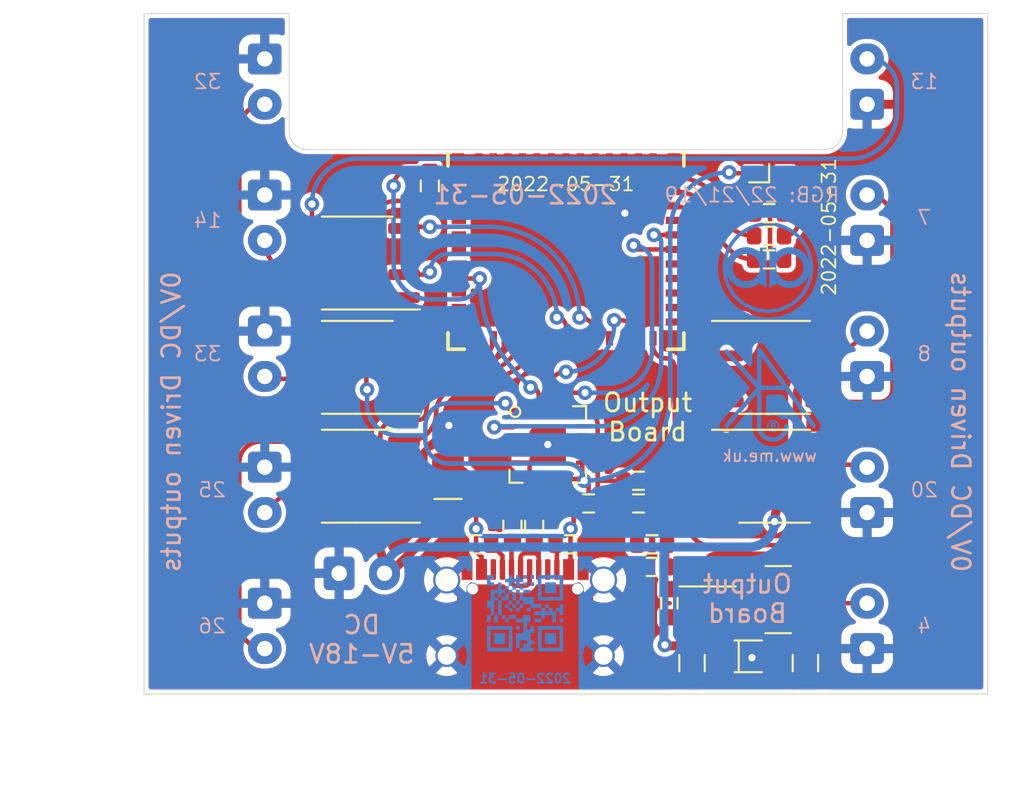
<source format=kicad_pcb>
(kicad_pcb (version 20211014) (generator pcbnew)
  (title_block (title "Output board (10)") (date "${DATE}") (rev "1") (company "Adrian Kennard, Andrews & Arnold Ltd"))
  (layers (0 "F.Cu" signal) (31 "B.Cu" signal) (34 "B.Paste" user) (35 "F.Paste" user) (36 "B.SilkS" user "B.Silkscreen") (37 "F.SilkS" user "F.Silkscreen") (38 "B.Mask" user) (39 "F.Mask" user) (44 "Edge.Cuts" user))
  (property "DATE" "2022-05-31")
  (net 0 "")
  (net 1 "GND")
  (net 2 "+3V3")
  (net 3 "VBUS")
  (net 4 "+12V")
  (net 6 "Net-(J1-PadA5)")
  (net 7 "Net-(J1-PadB5)")
  (net 9 "D-")
  (net 10 "D+")
  (net 11 "OUT1")
  (net 12 "OUT4")
  (net 13 "OUT3")
  (net 14 "O")
  (net 15 "I")
  (net 16 "OUT2")
  (net 24 "EN")
  (net 30 "BOOT")
  (net 31 "Net-(D1-Pad2)")
  (net 32 "Net-(D1-Pad3)")
  (net 33 "Net-(D1-Pad4)")
  (net 34 "OUT8")
  (net 35 "OUT7")
  (net 36 "OUT6")
  (net 37 "OUT5")
  (net 38 "O1")
  (net 39 "G")
  (net 40 "B")
  (net 41 "R")
  (net 42 "Net-(R2-Pad2)")
  (net 43 "O2")
  (net 48 "O5")
  (net 49 "O6")
  (net 51 "O3")
  (net 52 "O4")
  (net 55 "O7")
  (net 56 "O8")
  (net 60 "Net-(J1-PadA6)")
  (net 61 "Net-(J1-PadA7)")
  (net 62 "Net-(R11-Pad2)")
  (net 64 "O9")
  (net 65 "O10")
  (net 66 "OUT10")
  (net 67 "OUT9")
  (footprint "RevK:Molex_MiniSPOX_H2RA" (layer "F.Cu") (at 88.15 41.75 -90)
    (fp_text reference "J4" hide)
    (fp_text value "O2")
  )
  (footprint "RevK:ESP32-PICO-MINI-02" (layer "F.Cu") (at 104.75 36)
    (fp_text reference "U1" hide)
    (fp_text value "ESP32-PICO-MINI-02")
  )
  (footprint "RevK:Hidden" (layer "F.Cu") (at 110.45 55.5 90)
    (fp_text reference "C2" hide)
    (fp_text value "0.1uF")
  )
  (footprint "RevK:QFN-20-1EP_4x4mm_P0.5mm_EP2.5x2.5mm" (layer "F.Cu") (at 103.75 46.75)
    (fp_text reference "U2" hide)
    (fp_text value "FT231XQ")
  )
  (footprint "RevK:Hidden" (layer "F.Cu") (at 111.7 58.8 90)
    (fp_text reference "C3" hide)
    (fp_text value "2.2uF")
  )
  (footprint "RevK:C_0603" (layer "F.Cu") (at 108.75 50)
    (fp_text reference "C1" hide)
    (fp_text value "0.1uF")
  )
  (footprint "RevK:R_0603" (layer "F.Cu") (at 105 52.25 180)
    (fp_text reference "R5" hide)
    (fp_text value "5K1")
  )
  (footprint "RevK:Hidden" (layer "F.Cu") (at 114.83 58.42)
    (fp_text reference "D3" hide)
    (fp_text value "Schottky")
  )
  (footprint "Package_SO:SO-8_3.9x4.9mm_P1.27mm" (layer "F.Cu") (at 116.25 42.5)
    (fp_text reference "U7" hide)
    (fp_text value "ISL89410")
  )
  (footprint "RevK:R_0603" (layer "F.Cu") (at 109.5 53.5)
    (fp_text reference "R12" hide)
    (fp_text value "30k 1% or NF")
  )
  (footprint "RevK:USC16-TR-Round" (layer "F.Cu") (at 102.5 60.5)
    (fp_text reference "J1" hide)
    (fp_text value "USB-C")
  )
  (footprint "RevK:Molex_MiniSPOX_H2RA" (layer "F.Cu") (at 88.15 26.75 -90)
    (fp_text reference "J3" hide)
    (fp_text value "O1")
  )
  (footprint "RevK:Hidden" (layer "F.Cu") (at 116.45 55.25)
    (fp_text reference "L1" hide)
    (fp_text value "6.8uH")
  )
  (footprint "RevK:R_0603" (layer "F.Cu") (at 109.5 52.25)
    (fp_text reference "R11" hide)
    (fp_text value "100k 1% or 0R")
  )
  (footprint "RevK:R_0603" (layer "F.Cu") (at 106 50)
    (fp_text reference "R2" hide)
    (fp_text value "4k7")
  )
  (footprint "RevK:Molex_MiniSPOX_H2RA" (layer "F.Cu") (at 121.35 26.75 90)
    (fp_text reference "J11" hide)
    (fp_text value "O9")
  )
  (footprint "Package_SO:SO-8_3.9x4.9mm_P1.27mm" (layer "F.Cu") (at 93.25 48.5 180)
    (fp_text reference "U6" hide)
    (fp_text value "ISL89410")
  )
  (footprint "RevK:Molex_MiniSPOX_H2RA" (layer "F.Cu") (at 121.35 34.25 90)
    (fp_text reference "J10" hide)
    (fp_text value "O8")
  )
  (footprint "RevK:D_1206" (layer "F.Cu") (at 98.25 49.25 90)
    (fp_text reference "D2" hide)
    (fp_text value "D")
  )
  (footprint "RevK:RegulatorBlockFB" (layer "F.Cu") (at 112.55 55.25)
    (fp_text reference "U8" hide)
    (fp_text value "LMR16006+FB")
  )
  (footprint "RevK:R_0603" (layer "F.Cu") (at 108.75 48.75)
    (fp_text reference "R3" hide)
    (fp_text value "10k")
  )
  (footprint "RevK:Molex_MiniSPOX_H2RA" (layer "F.Cu") (at 93.5 53.85)
    (fp_text reference "J2" hide)
    (fp_text value "POWER")
  )
  (footprint "RevK:R_0603" (layer "F.Cu") (at 115.95 34 180)
    (fp_text reference "R9" hide)
    (fp_text value "2K")
  )
  (footprint "RevK:Molex_MiniSPOX_H2RA" (layer "F.Cu") (at 88.15 49.25 -90)
    (fp_text reference "J6" hide)
    (fp_text value "O4")
  )
  (footprint "RevK:Molex_MiniSPOX_H2RA" (layer "F.Cu") (at 121.35 56.75 90)
    (fp_text reference "J7" hide)
    (fp_text value "O5")
  )
  (footprint "Package_SO:SO-8_3.9x4.9mm_P1.27mm" (layer "F.Cu") (at 116.25 48.5)
    (fp_text reference "U4" hide)
    (fp_text value "ISL89410")
  )
  (footprint "RevK:Molex_MiniSPOX_H2RA" (layer "F.Cu") (at 121.35 41.75 90)
    (fp_text reference "J9" hide)
    (fp_text value "O7")
  )
  (footprint "RevK:Molex_MiniSPOX_H2RA" (layer "F.Cu") (at 121.35 49.25 90)
    (fp_text reference "J8" hide)
    (fp_text value "O6")
  )
  (footprint "RevK:R_0603" (layer "F.Cu") (at 115.95 35.25 180)
    (fp_text reference "R8" hide)
    (fp_text value "680R")
  )
  (footprint "RevK:R_0603" (layer "F.Cu") (at 101.8 51.25 90)
    (fp_text reference "R6" hide)
    (fp_text value "27R")
  )
  (footprint "RevK:R_0603" (layer "F.Cu") (at 97.25 32.5 -90)
    (fp_text reference "R1" hide)
    (fp_text value "10k")
  )
  (footprint "RevK:R_0603" (layer "F.Cu") (at 103 51.25 -90)
    (fp_text reference "R7" hide)
    (fp_text value "27R")
  )
  (footprint "RevK:LED-RGB-1.6x1.6" (layer "F.Cu") (at 115.95 32.3 180)
    (fp_text reference "D1" hide)
    (fp_text value "LED_RGBA")
  )
  (footprint "RevK:Molex_MiniSPOX_H2RA" (layer "F.Cu") (at 88.15 56.75 -90)
    (fp_text reference "J5" hide)
    (fp_text value "O3")
  )
  (footprint "RevK:R_0603" (layer "F.Cu") (at 99.8 52.25 180)
    (fp_text reference "R4" hide)
    (fp_text value "5K1")
  )
  (footprint "Package_SO:SO-8_3.9x4.9mm_P1.27mm" (layer "F.Cu") (at 93.25 36.75 180)
    (fp_text reference "U5" hide)
    (fp_text value "ISL89410")
  )
  (footprint "RevK:R_0603" (layer "F.Cu") (at 115.95 36.55 180)
    (fp_text reference "R10" hide)
    (fp_text value "220R")
  )
  (footprint "RevK:Hidden" (layer "F.Cu") (at 117.95 58.8 90)
    (fp_text reference "C4" hide)
    (fp_text value "10uF")
  )
  (footprint "RevK:Molex_MiniSPOX_H2RA" (layer "F.Cu") (at 88.15 34.25 -90)
    (fp_text reference "J12" hide)
    (fp_text value "O10")
  )
  (footprint "Package_SO:SO-8_3.9x4.9mm_P1.27mm" (layer "F.Cu") (at 93.25 42.5 180)
    (fp_text reference "U3" hide)
    (fp_text value "ISL89410")
  )
  (footprint "RevK:AA" (layer "B.Cu") (at 115.8875 37 180)
    (fp_text reference "U9" hide)
    (fp_text value "AA" hide)
  )
  (footprint "RevK:AJK" (layer "B.Cu") (at 115.4 43.625 180)
    (fp_text reference "AJK1" hide)
    (fp_text value "AJK" hide)
  )
  (footprint "RevK:QR-SS" (layer "B.Cu") (at 102.5 56.05 180)
    (fp_text reference "U10" hide)
    (fp_text value "QR" hide)
  )
  (gr_line (start 81.5 60.5) (end 81.5 23) (layer "Edge.Cuts") (width 0.05))
  (gr_line (start 81.5 60.5) (end 128 60.5) (layer "Edge.Cuts") (width 0.05))
  (gr_arc (start 120 29.5) (mid 119.707107 30.207107) (end 119 30.5) (layer "Edge.Cuts") (width 0.05))
  (gr_line (start 89.5 23) (end 81.5 23) (layer "Edge.Cuts") (width 0.05))
  (gr_line (start 90.5 30.5) (end 119 30.5) (layer "Edge.Cuts") (width 0.05))
  (gr_line (start 89.5 29.5) (end 89.5 23) (layer "Edge.Cuts") (width 0.05))
  (gr_arc (start 90.5 30.5) (mid 89.792893 30.207107) (end 89.5 29.5) (layer "Edge.Cuts") (width 0.05))
  (gr_line (start 128 23) (end 128 60.5) (layer "Edge.Cuts") (width 0.05))
  (gr_line (start 120 29.5) (end 120 23) (layer "Edge.Cuts") (width 0.05))
  (gr_line (start 120 23) (end 128 23) (layer "Edge.Cuts") (width 0.05))
  (gr_text "13" (at 124.5 26.75) (layer "B.SilkS") (effects (font (size 0.8 0.8) (thickness 0.1)) (justify mirror)))
  (gr_text "4" (at 124.5 56.75) (layer "B.SilkS") (effects (font (size 0.8 0.8) (thickness 0.1)) (justify mirror)))
  (gr_text "20" (at 124.5 49.25) (layer "B.SilkS") (effects (font (size 0.8 0.8) (thickness 0.1)) (justify mirror)))
  (gr_text "${DATE}" (at 102.5 33) (layer "B.SilkS") (effects (font (size 1 1)) (justify mirror)))
  (gr_text "0V/DC Driven outputs" (at 83 45.5 90) (layer "B.SilkS") (effects (font (size 1 1)) (justify mirror)))
  (gr_text "32" (at 85 26.75) (layer "B.SilkS") (effects (font (size 0.8 0.8) (thickness 0.1)) (justify mirror)))
  (gr_text "25" (at 85.25 49.25) (layer "B.SilkS") (effects (font (size 0.8 0.8) (thickness 0.1)) (justify mirror)))
  (gr_text "26" (at 85.25 56.75) (layer "B.SilkS") (effects (font (size 0.8 0.8) (thickness 0.1)) (justify mirror)))
  (gr_text "8" (at 124.5 41.75) (layer "B.SilkS") (effects (font (size 0.8 0.8) (thickness 0.1)) (justify mirror)))
  (gr_text "DC\n5V-18V" (at 93.5 57.5) (layer "B.SilkS") (effects (font (size 1 1)) (justify mirror)))
  (gr_text "RGB: 22/21/19" (at 115 33) (layer "B.SilkS") (effects (font (size 0.8 0.8) (thickness 0.1)) (justify mirror)))
  (gr_text "Output\nBoard" (at 114.75 55.25) (layer "B.SilkS") (effects (font (size 1 1)) (justify mirror)))
  (gr_text "14" (at 85 34.4) (layer "B.SilkS") (effects (font (size 0.8 0.8) (thickness 0.1)) (justify mirror)))
  (gr_text "7" (at 124.5 34.25) (layer "B.SilkS") (effects (font (size 0.8 0.8) (thickness 0.1)) (justify mirror)))
  (gr_text "0V/DC Driven outputs" (at 126.5 45.5 270) (layer "B.SilkS") (effects (font (size 1 1)) (justify mirror)))
  (gr_text "33" (at 85 41.75) (layer "B.SilkS") (effects (font (size 0.8 0.8) (thickness 0.1)) (justify mirror)))
  (gr_text "${DATE}" (at 119.25 34.75 90) (layer "F.SilkS") (effects (font (size 0.75 0.75) (thickness 0.1))))
  (gr_text "Output\nBoard" (at 109.25 45.25) (layer "F.SilkS") (effects (font (size 1 1))))
  (segment (start 101.85 47.75) (end 102.75 47.75) (width 0.25) (layer "F.Cu") (net 1))
  (segment (start 105.65 46.75) (end 103.75 46.75) (width 0.25) (layer "F.Cu") (net 1))
  (segment (start 101.85 47.25) (end 103.25 47.25) (width 0.25) (layer "F.Cu") (net 1))
  (segment (start 98.3 45.7) (end 96.354203 47.645797) (width 0.25) (layer "F.Cu") (net 1))
  (segment (start 102.75 48.65) (end 102.75 47.75) (width 0.25) (layer "F.Cu") (net 1))
  (segment (start 116.3125 58.42) (end 115.08 58.42) (width 0.5) (layer "F.Cu") (net 1))
  (segment (start 101.85 46.25) (end 103.25 46.25) (width 0.25) (layer "F.Cu") (net 1))
  (segment (start 101.85 46.75) (end 103.75 46.75) (width 0.25) (layer "F.Cu") (net 1))
  (segment (start 103.25 46.25) (end 103.75 46.75) (width 0.25) (layer "F.Cu") (net 1))
  (segment (start 102.75 47.75) (end 103.75 46.75) (width 0.25) (layer "F.Cu") (net 1))
  (via (at 115 58.5) (size 0.8) (drill 0.4) (layers "F.Cu" "B.Cu") (net 1))
  (via (at 108 34) (size 0.8) (drill 0.4) (layers "F.Cu" "B.Cu") (net 1))
  (via (at 98.3 45.7) (size 0.8) (drill 0.4) (layers "F.Cu" "B.Cu") (net 1))
  (via (at 103.75 46.75) (size 0.8) (drill 0.4) (layers "F.Cu" "B.Cu") (net 1))
  (arc (start 115.08 58.42) (mid 115.023431 58.443431) (end 115 58.5) (width 0.5) (layer "F.Cu") (net 1))
  (arc (start 96.354203 47.645797) (mid 96.111402 47.808031) (end 95.825 47.865) (width 0.25) (layer "F.Cu") (net 1))
  (segment (start 102.75 44.85) (end 101.85 44.85) (width 0.25) (layer "F.Cu") (net 2))
  (segment (start 108.675 50.7) (end 108.675 50.925) (width 0.25) (layer "F.Cu") (net 2))
  (segment (start 106.583217 50.975) (end 108.625 50.975) (width 0.25) (layer "F.Cu") (net 2))
  (segment (start 117.2 52.3) (end 112.624264 52.3) (width 0.25) (layer "F.Cu") (net 2))
  (segment (start 101.431962 44.573157) (end 101.431962 44.493551) (width 0.25) (layer "F.Cu") (net 2))
  (segment (start 105.65 47.25) (end 105.65 47.75) (width 0.25) (layer "F.Cu") (net 2))
  (segment (start 93.75 35) (end 93.75 43.683937) (width 0.25) (layer "F.Cu") (net 2))
  (segment (start 105.65 47.75) (end 105.65 48.65) (width 0.25) (layer "F.Cu") (net 2))
  (segment (start 98.575 33.325) (end 97.25 33.325) (width 0.25) (layer "F.Cu") (net 2))
  (segment (start 118 55.25) (end 118 53.1) (width 0.25) (layer "F.Cu") (net 2))
  (segment (start 104.75 48.65) (end 105.65 48.65) (width 0.25) (layer "F.Cu") (net 2))
  (segment (start 101.431962 44.493551) (end 101.412911 44.4745) (width 0.25) (layer "F.Cu") (net 2))
  (segment (start 108.675 51.325) (end 108.675 52.25) (width 0.25) (layer "F.Cu") (net 2))
  (segment (start 115.075 31.8) (end 113.8 31.8) (width 0.25) (layer "F.Cu") (net 2))
  (segment (start 108.675 50.925) (end 108.675 51.325) (width 0.25) (layer "F.Cu") (net 2))
  (segment (start 111.9 52) (end 111.7 51.8) (width 0.25) (layer "F.Cu") (net 2))
  (segment (start 97.25 33.325) (end 95.425 33.325) (width 0.25) (layer "F.Cu") (net 2))
  (segment (start 106 49) (end 106 50.391783) (width 0.25) (layer "F.Cu") (net 2))
  (segment (start 108.75 51.4) (end 110.734315 51.4) (width 0.25) (layer "F.Cu") (net 2))
  (via (at 93.788537 43.722474) (size 0.8) (drill 0.4) (layers "F.Cu" "B.Cu") (net 2))
  (via (at 105.75 48.75) (size 0.8) (drill 0.4) (layers "F.Cu" "B.Cu") (net 2))
  (via (at 113.75 31.75) (size 0.8) (drill 0.4) (layers "F.Cu" "B.Cu") (net 2))
  (via (at 101.412911 44.4745) (size 0.8) (drill 0.4) (layers "F.Cu" "B.Cu") (net 2))
  (arc (start 101.85 44.85) (mid 101.599993 44.774161) (end 101.431962 44.573157) (width 0.25) (layer "F.Cu") (net 2))
  (arc (start 108.625 50.975) (mid 108.660355 50.960355) (end 108.675 50.925) (width 0.25) (layer "F.Cu") (net 2))
  (arc (start 106 50.391783) (mid 106.17082 50.80418) (end 106.583217 50.975) (width 0.25) (layer "F.Cu") (net 2))
  (arc (start 113.8 31.8) (mid 113.764645 31.785355) (end 113.75 31.75) (width 0.25) (layer "F.Cu") (net 2))
  (arc (start 108.75 51.4) (mid 108.696967 51.378033) (end 108.675 51.325) (width 0.25) (layer "F.Cu") (net 2))
  (arc (start 105.65 48.65) (mid 105.679289 48.720711) (end 105.75 48.75) (width 0.25) (layer "F.Cu") (net 2))
  (arc (start 107.975 50) (mid 108.469975 50.205025) (end 108.675 50.7) (width 0.25) (layer "F.Cu") (net 2))
  (arc (start 117.95 55.3) (mid 117.985355 55.285355) (end 118 55.25) (width 0.25) (layer "F.Cu") (net 2))
  (arc (start 118 53.1) (mid 117.765685 52.534315) (end 117.2 52.3) (width 0.25) (layer "F.Cu") (net 2))
  (arc (start 105.75 48.75) (mid 105.926777 48.823223) (end 106 49) (width 0.25) (layer "F.Cu") (net 2))
  (arc (start 93.75 43.683937) (mid 93.761287 43.711187) (end 93.788537 43.722474) (width 0.25) (layer "F.Cu") (net 2))
  (arc (start 98.85 33.6) (mid 98.769454 33.405546) (end 98.575 33.325) (width 0.25) (layer "F.Cu") (net 2))
  (arc (start 95.425 33.325) (mid 94.240596 33.815596) (end 93.75 35) (width 0.25) (layer "F.Cu") (net 2))
  (arc (start 111.7 51.8) (mid 111.25694 51.503957) (end 110.734315 51.4) (width 0.25) (layer "F.Cu") (net 2))
  (arc (start 112.624264 52.3) (mid 112.232295 52.222033) (end 111.9 52) (width 0.25) (layer "F.Cu") (net 2))
  (segment (start 97 45.75) (end 97 46.25) (width 0.25) (layer "B.Cu") (net 2))
  (segment (start 98.3 47.8) (end 104.8 47.8) (width 0.25) (layer "B.Cu") (net 2))
  (segment (start 93.788537 43.722474) (end 93.788537 44.538537) (width 0.25) (layer "B.Cu") (net 2))
  (segment (start 110.5 35) (end 110.5 44) (width 0.25) (layer "B.Cu") (net 2))
  (segment (start 95.5 46.25) (end 97 46.25) (width 0.25) (layer "B.Cu") (net 2))
  (segment (start 97 46.25) (end 97 46.5) (width 0.25) (layer "B.Cu") (net 2))
  (segment (start 101.412911 44.4745) (end 98.2755 44.4745) (width 0.25) (layer "B.Cu") (net 2))
  (arc (start 104.8 47.8) (mid 105.471751 48.078249) (end 105.75 48.75) (width 0.25) (layer "B.Cu") (net 2))
  (arc (start 113.75 31.75) (mid 111.451903 32.701903) (end 110.5 35) (width 0.25) (layer "B.Cu") (net 2))
  (arc (start 97 46.5) (mid 97.380761 47.419239) (end 98.3 47.8) (width 0.25) (layer "B.Cu") (net 2))
  (arc (start 110.5 44) (mid 109.108757 47.358757) (end 105.75 48.75) (width 0.25) (layer "B.Cu") (net 2))
  (arc (start 93.788537 44.538537) (mid 94.289813 45.748724) (end 95.5 46.25) (width 0.25) (layer "B.Cu") (net 2))
  (arc (start 98.2755 44.4745) (mid 97.373585 44.848085) (end 97 45.75) (width 0.25) (layer "B.Cu") (net 2))
  (segment (start 99.8 49.4) (end 99.8 51.4) (width 0.25) (layer "F.Cu") (net 3))
  (segment (start 99.8 52.641783) (end 99.8 51.4) (width 0.25) (layer "F.Cu") (net 3))
  (segment (start 105 51.4) (end 105 53.54) (width 0.25) (layer "F.Cu") (net 3))
  (segment (start 105.175 50) (end 105.175 51.225) (width 0.25) (layer "F.Cu") (net 3))
  (segment (start 100.1 53.64) (end 100.1 52.941783) (width 0.25) (layer "F.Cu") (net 3))
  (segment (start 100.1 52.941783) (end 99.8 52.641783) (width 0.25) (layer "F.Cu") (net 3))
  (segment (start 105 53.54) (end 104.9 53.64) (width 0.25) (layer "F.Cu") (net 3))
  (via (at 105 51.4) (size 0.8) (drill 0.4) (layers "F.Cu" "B.Cu") (net 3))
  (via (at 99.8 51.4) (size 0.8) (drill 0.4) (layers "F.Cu" "B.Cu") (net 3))
  (arc (start 98.25 47.85) (mid 99.346016 48.303984) (end 99.8 49.4) (width 0.25) (layer "F.Cu") (net 3))
  (arc (start 105.175 51.225) (mid 105.123744 51.348744) (end 105 51.4) (width 0.25) (layer "F.Cu") (net 3))
  (segment (start 100.2 51.8) (end 104.6 51.8) (width 0.25) (layer "B.Cu") (net 3))
  (arc (start 99.8 51.4) (mid 99.917157 51.682843) (end 100.2 51.8) (width 0.25) (layer "B.Cu") (net 3))
  (arc (start 104.6 51.8) (mid 104.882843 51.682843) (end 105 51.4) (width 0.25) (layer "B.Cu") (net 3))
  (segment (start 93.75 51.5) (end 93.795405 51.545405) (width 0.5) (layer "F.Cu") (net 4))
  (segment (start 91.127849 36.115) (end 90.675 36.115) (width 0.5) (layer "F.Cu") (net 4))
  (segment (start 117.5 44.007151) (end 117.5 48.262849) (width 0.5) (layer "F.Cu") (net 4))
  (segment (start 90.675 41.865) (end 91.135 41.865) (width 0.5) (layer "F.Cu") (net 4))
  (segment (start 91.127849 41.865) (end 90.675 41.865) (width 0.5) (layer "F.Cu") (net 4))
  (segment (start 93.466192 51.216193) (end 93.75 51.5) (width 0.5) (layer "F.Cu") (net 4))
  (segment (start 111.7 57.85) (end 110.32071 57.85) (width 0.5) (layer "F.Cu") (net 4))
  (segment (start 118.825 43.135) (end 118.372151 43.135) (width 0.5) (layer "F.Cu") (net 4))
  (segment (start 118.372151 49.135) (end 118.825 49.135) (width 0.5) (layer "F.Cu") (net 4))
  (segment (start 118.825 49.135) (end 118.115 49.135) (width 0.5) (layer "F.Cu") (net 4))
  (segment (start 90.675 47.865) (end 91.127849 47.865) (width 0.5) (layer "F.Cu") (net 4))
  (segment (start 92 41) (end 92 36.987151) (width 0.5) (layer "F.Cu") (net 4))
  (segment (start 111.6 56.6) (end 112.55 56.6) (width 0.25) (layer "F.Cu") (net 4))
  (segment (start 92 46.992849) (end 92 42.737151) (width 0.5) (layer "F.Cu") (net 4))
  (segment (start 98.25 50.65) (end 95.262132 53.637868) (width 0.5) (layer "F.Cu") (net 4))
  (via (at 110.2 57.8) (size 0.8) (drill 0.4) (layers "F.Cu" "B.Cu") (net 4))
  (via (at 116.25 51) (size 0.8) (drill 0.4) (layers "F.Cu" "B.Cu") (net 4))
  (arc (start 117.5 48.262849) (mid 117.755447 48.879553) (end 118.372151 49.135) (width 0.5) (layer "F.Cu") (net 4))
  (arc (start 118.115 49.135) (mid 116.796246 49.681246) (end 116.25 51) (width 0.5) (layer "F.Cu") (net 4))
  (arc (start 92.75 49.487151) (mid 92.936132 50.422902) (end 93.466192 51.216193) (width 0.5) (layer "F.Cu") (net 4))
  (arc (start 92 42.737151) (mid 91.744553 42.120447) (end 91.127849 41.865) (width 0.5) (layer "F.Cu") (net 4))
  (arc (start 91.127849 47.865) (mid 92.274883 48.340117) (end 92.75 49.487151) (width 0.5) (layer "F.Cu") (net 4))
  (arc (start 91.127849 47.865) (mid 91.744553 47.609553) (end 92 46.992849) (width 0.5) (layer "F.Cu") (net 4))
  (arc (start 92 36.987151) (mid 91.744553 36.370447) (end 91.127849 36.115) (width 0.5) (layer "F.Cu") (net 4))
  (arc (start 95.262132 53.637868) (mid 95.027163 53.794869) (end 94.75 53.85) (width 0.5) (layer "F.Cu") (net 4))
  (arc (start 91.135 41.865) (mid 91.746647 41.611647) (end 92 41) (width 0.5) (layer "F.Cu") (net 4))
  (arc (start 110.32071 57.85) (mid 110.255382 57.837005) (end 110.2 57.8) (width 0.5) (layer "F.Cu") (net 4))
  (arc (start 93.795405 51.545405) (mid 94.501908 52.602762) (end 94.75 53.85) (width 0.5) (layer "F.Cu") (net 4))
  (arc (start 118.372151 43.135) (mid 117.755447 43.390447) (end 117.5 44.007151) (width 0.5) (layer "F.Cu") (net 4))
  (segment (start 110.15 52.4) (end 114.85 52.4) (width 0.5) (layer "B.Cu") (net 4))
  (segment (start 96.2 52.4) (end 110.15 52.4) (width 0.5) (layer "B.Cu") (net 4))
  (segment (start 110.15 57.75) (end 110.15 52.4) (width 0.5) (layer "B.Cu") (net 4))
  (arc (start 110.2 57.8) (mid 110.164645 57.785355) (end 110.15 57.75) (width 0.5) (layer "B.Cu") (net 4))
  (arc (start 114.85 52.4) (mid 115.839949 51.989949) (end 116.25 51) (width 0.5) (layer "B.Cu") (net 4))
  (arc (start 96.2 52.4) (mid 95.174695 52.824695) (end 94.75 53.85) (width 0.5) (layer "B.Cu") (net 4))
  (segment (start 101.25 52.875) (end 101.25 53.64) (width 0.25) (layer "F.Cu") (net 6))
  (segment (start 100.625 52.25) (end 101.25 52.875) (width 0.25) (layer "F.Cu") (net 6))
  (segment (start 104.25 52.325) (end 104.25 53.64) (width 0.25) (layer "F.Cu") (net 7))
  (segment (start 104.175 52.25) (end 104.25 52.325) (width 0.25) (layer "F.Cu") (net 7))
  (segment (start 101.8 50.441783) (end 101.8 50.425) (width 0.25) (layer "F.Cu") (net 9))
  (segment (start 104.25 48.65) (end 104.25 50.15) (width 0.25) (layer "F.Cu") (net 9))
  (segment (start 103.2 51.2) (end 102.558217 51.2) (width 0.25) (layer "F.Cu") (net 9))
  (arc (start 102.558217 51.2) (mid 102.022077 50.977923) (end 101.8 50.441783) (width 0.25) (layer "F.Cu") (net 9))
  (arc (start 104.25 50.15) (mid 103.942462 50.892462) (end 103.2 51.2) (width 0.25) (layer "F.Cu") (net 9))
  (segment (start 103.75 48.65) (end 103.75 49.675) (width 0.25) (layer "F.Cu") (net 10))
  (arc (start 103.75 49.675) (mid 103.53033 50.20533) (end 103 50.425) (width 0.25) (layer "F.Cu") (net 10))
  (segment (start 99.95 40.9) (end 99.95 41.1) (width 0.25) (layer "F.Cu") (net 11))
  (segment (start 99.35 41.7) (end 98.065685 41.7) (width 0.25) (layer "F.Cu") (net 11))
  (segment (start 97.1 41.3) (end 96.798051 40.998051) (width 0.25) (layer "F.Cu") (net 11))
  (arc (start 96.798051 40.998051) (mid 96.351611 40.69975) (end 95.825 40.595) (width 0.25) (layer "F.Cu") (net 11))
  (arc (start 98.065685 41.7) (mid 97.54306 41.596043) (end 97.1 41.3) (width 0.25) (layer "F.Cu") (net 11))
  (arc (start 99.95 41.1) (mid 99.774264 41.524264) (end 99.35 41.7) (width 0.25) (layer "F.Cu") (net 11))
  (segment (start 102.032493 41.666528) (end 101.564016 42.135006) (width 0.25) (layer "F.Cu") (net 12))
  (segment (start 95.825 49.135) (end 95.483392 49.135) (width 0.25) (layer "F.Cu") (net 12))
  (segment (start 99.687946 42.7) (end 100.2 42.7) (width 0.25) (layer "F.Cu") (net 12))
  (segment (start 95.4 45.4) (end 96.6 45.4) (width 0.25) (layer "F.Cu") (net 12))
  (segment (start 94.524196 48.175804) (end 94.524196 46.275804) (width 0.25) (layer "F.Cu") (net 12))
  (segment (start 97.539694 43.77629) (end 97.857992 43.457992) (width 0.25) (layer "F.Cu") (net 12))
  (arc (start 100.2 42.7) (mid 100.9382 42.553163) (end 101.564016 42.135006) (width 0.25) (layer "F.Cu") (net 12))
  (arc (start 96.6 45.4) (mid 96.922456 45.266434) (end 97.056022 44.943978) (width 0.25) (layer "F.Cu") (net 12))
  (arc (start 102.35 40.9) (mid 102.267483 41.314842) (end 102.032493 41.666528) (width 0.25) (layer "F.Cu") (net 12))
  (arc (start 94.524196 46.275804) (mid 94.780713 45.656517) (end 95.4 45.4) (width 0.25) (layer "F.Cu") (net 12))
  (arc (start 95.483392 49.135) (mid 94.805138 48.854058) (end 94.524196 48.175804) (width 0.25) (layer "F.Cu") (net 12))
  (arc (start 97.056022 44.943978) (mid 97.181724 44.31203) (end 97.539694 43.77629) (width 0.25) (layer "F.Cu") (net 12))
  (arc (start 97.857992 43.457992) (mid 98.697582 42.896996) (end 99.687946 42.7) (width 0.25) (layer "F.Cu") (net 12))
  (segment (start 102.65 42.05) (end 102.56066 42.13934) (width 0.25) (layer "F.Cu") (net 13))
  (segment (start 96.005 46.595) (end 95.825 46.595) (width 0.25) (layer "F.Cu") (net 13))
  (segment (start 98.3 43.7) (end 98.024264 43.975736) (width 0.25) (layer "F.Cu") (net 13))
  (segment (start 102.690381 42.00962) (end 102.65 42.05) (width 0.25) (layer "F.Cu") (net 13))
  (segment (start 100 43.2) (end 99.507106 43.2) (width 0.25) (layer "F.Cu") (net 13))
  (arc (start 98.024264 43.975736) (mid 97.710263 44.445672) (end 97.6 45) (width 0.25) (layer "F.Cu") (net 13))
  (arc (start 102.56066 42.13934) (mid 101.385819 42.924343) (end 100 43.2) (width 0.25) (layer "F.Cu") (net 13))
  (arc (start 97.6 45) (mid 97.132835 46.127835) (end 96.005 46.595) (width 0.25) (layer "F.Cu") (net 13))
  (arc (start 99.507106 43.2) (mid 98.853825 43.329946) (end 98.3 43.7) (width 0.25) (layer "F.Cu") (net 13))
  (arc (start 103.15 40.9) (mid 103.030549 41.500522) (end 102.690381 42.00962) (width 0.25) (layer "F.Cu") (net 13))
  (segment (start 100.8 45.8) (end 101.8 45.8) (width 0.25) (layer "F.Cu") (net 14))
  (segment (start 110.65 35.2) (end 109.6 35.2) (width 0.25) (layer "F.Cu") (net 14))
  (via (at 109.6 35.2) (size 0.8) (drill 0.4) (layers "F.Cu" "B.Cu") (net 14))
  (via (at 100.8 45.8) (size 0.8) (drill 0.4) (layers "F.Cu" "B.Cu") (net 14))
  (arc (start 101.8 45.8) (mid 101.835355 45.785355) (end 101.85 45.75) (width 0.25) (layer "F.Cu") (net 14))
  (segment (start 106.5 45.75) (end 100.85 45.75) (width 0.25) (layer "B.Cu") (net 14))
  (segment (start 110 35.6) (end 110 42.25) (width 0.25) (layer "B.Cu") (net 14))
  (arc (start 109.6 35.2) (mid 109.882843 35.317157) (end 110 35.6) (width 0.25) (layer "B.Cu") (net 14))
  (arc (start 110 42.25) (mid 108.974874 44.724874) (end 106.5 45.75) (width 0.25) (layer "B.Cu") (net 14))
  (arc (start 100.85 45.75) (mid 100.814645 45.764645) (end 100.8 45.8) (width 0.25) (layer "B.Cu") (net 14))
  (segment (start 104.25 44.85) (end 104.25 44.452672) (width 0.25) (layer "F.Cu") (net 15))
  (segment (start 108.703195 36) (end 108.4755 35.772305) (width 0.25) (layer "F.Cu") (net 15))
  (segment (start 110.65 36) (end 108.703195 36) (width 0.25) (layer "F.Cu") (net 15))
  (segment (start 104.802672 43.9) (end 105.8 43.9) (width 0.25) (layer "F.Cu") (net 15))
  (via (at 105.8 43.9) (size 0.8) (drill 0.4) (layers "F.Cu" "B.Cu") (net 15))
  (via (at 108.4755 35.772305) (size 0.8) (drill 0.4) (layers "F.Cu" "B.Cu") (net 15))
  (arc (start 104.25 44.452672) (mid 104.411874 44.061874) (end 104.802672 43.9) (width 0.25) (layer "F.Cu") (net 15))
  (segment (start 105.8 43.9) (end 107.1 43.9) (width 0.25) (layer "B.Cu") (net 15))
  (segment (start 109.5 41.5) (end 109.5 36.796805) (width 0.25) (layer "B.Cu") (net 15))
  (arc (start 107.1 43.9) (mid 108.797056 43.197056) (end 109.5 41.5) (width 0.25) (layer "B.Cu") (net 15))
  (arc (start 109.5 36.796805) (mid 109.199931 36.072374) (end 108.4755 35.772305) (width 0.25) (layer "B.Cu") (net 15))
  (segment (start 96.949818 43.135) (end 95.825 43.135) (width 0.25) (layer "F.Cu") (net 16))
  (segment (start 99.207106 42.2) (end 99.45 42.2) (width 0.25) (layer "F.Cu") (net 16))
  (arc (start 98 42.7) (mid 97.518172 43.021947) (end 96.949818 43.135) (width 0.25) (layer "F.Cu") (net 16))
  (arc (start 99.45 42.2) (mid 100.369239 41.819239) (end 100.75 40.9) (width 0.25) (layer "F.Cu") (net 16))
  (arc (start 99.207106 42.2) (mid 98.553825 42.329946) (end 98 42.7) (width 0.25) (layer "F.Cu") (net 16))
  (segment (start 100 37.6) (end 98.85 37.6) (width 0.25) (layer "F.Cu") (net 24))
  (segment (start 103.25 44.05) (end 103.25 44.85) (width 0.25) (layer "F.Cu") (net 24))
  (segment (start 97.25 31.675) (end 96.075 31.675) (width 0.25) (layer "F.Cu") (net 24))
  (via (at 100 37.6) (size 0.8) (drill 0.4) (layers "F.Cu" "B.Cu") (net 24))
  (via (at 102.8 43.6) (size 0.8) (drill 0.4) (layers "F.Cu" "B.Cu") (net 24))
  (via (at 95.25 32.5) (size 0.8) (drill 0.4) (layers "F.Cu" "B.Cu") (net 24))
  (arc (start 102.8 43.6) (mid 103.118198 43.731802) (end 103.25 44.05) (width 0.25) (layer "F.Cu") (net 24))
  (arc (start 96.075 31.675) (mid 95.491637 31.916637) (end 95.25 32.5) (width 0.25) (layer "F.Cu") (net 24))
  (segment (start 97.25 38.75) (end 98.85 38.75) (width 0.25) (layer "B.Cu") (net 24))
  (segment (start 95.25 32.5) (end 95.25 36.75) (width 0.25) (layer "B.Cu") (net 24))
  (segment (start 102.262742 43.062741) (end 102.8 43.6) (width 0.25) (layer "B.Cu") (net 24))
  (arc (start 100 37.6) (mid 100.588067 40.556414) (end 102.262742 43.062741) (width 0.25) (layer "B.Cu") (net 24))
  (arc (start 98.85 38.75) (mid 99.663173 38.413173) (end 100 37.6) (width 0.25) (layer "B.Cu") (net 24))
  (arc (start 95.25 36.75) (mid 95.835786 38.164214) (end 97.25 38.75) (width 0.25) (layer "B.Cu") (net 24))
  (segment (start 103.75 44.85) (end 103.75 43.75) (width 0.25) (layer "F.Cu") (net 30))
  (segment (start 107.409653 39.903473) (end 107.753473 39.903473) (width 0.25) (layer "F.Cu") (net 30))
  (via (at 104.75 42.75) (size 0.8) (drill 0.4) (layers "F.Cu" "B.Cu") (net 30))
  (via (at 107.409653 39.903473) (size 0.8) (drill 0.4) (layers "F.Cu" "B.Cu") (net 30))
  (arc (start 107.753473 39.903473) (mid 108.458124 40.195349) (end 108.75 40.9) (width 0.25) (layer "F.Cu") (net 30))
  (arc (start 103.75 43.75) (mid 104.042893 43.042893) (end 104.75 42.75) (width 0.25) (layer "F.Cu") (net 30))
  (segment (start 107.409653 40.090347) (end 107.409653 39.903473) (width 0.25) (layer "B.Cu") (net 30))
  (arc (start 104.75 42.75) (mid 106.630659 41.971006) (end 107.409653 40.090347) (width 0.25) (layer "B.Cu") (net 30))
  (segment (start 117 31.8) (end 116.825 31.8) (width 0.25) (layer "F.Cu") (net 31))
  (segment (start 117.574511 34.450489) (end 117.574511 32.374511) (width 0.25) (layer "F.Cu") (net 31))
  (arc (start 116.775 35.25) (mid 117.34034 35.015829) (end 117.574511 34.450489) (width 0.25) (layer "F.Cu") (net 31))
  (arc (start 117.574511 32.374511) (mid 117.406241 31.96827) (end 117 31.8) (width 0.25) (layer "F.Cu") (net 31))
  (segment (start 116.825 32.8) (end 116.825 33.95) (width 0.25) (layer "F.Cu") (net 32))
  (arc (start 116.825 33.95) (mid 116.810355 33.985355) (end 116.775 34) (width 0.25) (layer "F.Cu") (net 32))
  (segment (start 115.075 32.8) (end 115.345599 32.8) (width 0.25) (layer "F.Cu") (net 33))
  (segment (start 116 33.454401) (end 116 35.775) (width 0.25) (layer "F.Cu") (net 33))
  (arc (start 116 35.775) (mid 116.226992 36.323008) (end 116.775 36.55) (width 0.25) (layer "F.Cu") (net 33))
  (arc (start 115.345599 32.8) (mid 115.80833 32.99167) (end 116 33.454401) (width 0.25) (layer "F.Cu") (net 33))
  (segment (start 112.25 43.5) (end 112.25 40) (width 0.25) (layer "F.Cu") (net 34))
  (segment (start 113.675 44.405) (end 113.155 44.405) (width 0.25) (layer "F.Cu") (net 34))
  (arc (start 112.25 40) (mid 111.781371 38.868629) (end 110.65 38.4) (width 0.25) (layer "F.Cu") (net 34))
  (arc (start 113.155 44.405) (mid 112.515068 44.139932) (end 112.25 43.5) (width 0.25) (layer "F.Cu") (net 34))
  (segment (start 114.376072 39.75) (end 113.25 39.75) (width 0.25) (layer "F.Cu") (net 35))
  (segment (start 113.675 41.865) (end 113.951072 41.865) (width 0.25) (layer "F.Cu") (net 35))
  (segment (start 115 40.816072) (end 115 40.373928) (width 0.25) (layer "F.Cu") (net 35))
  (segment (start 111.1 37.6) (end 110.65 37.6) (width 0.25) (layer "F.Cu") (net 35))
  (arc (start 115 40.373928) (mid 114.817256 39.932744) (end 114.376072 39.75) (width 0.25) (layer "F.Cu") (net 35))
  (arc (start 113.25 39.75) (mid 112.896447 39.603553) (end 112.75 39.25) (width 0.25) (layer "F.Cu") (net 35))
  (arc (start 113.951072 41.865) (mid 114.692776 41.557776) (end 115 40.816072) (width 0.25) (layer "F.Cu") (net 35))
  (arc (start 112.75 39.25) (mid 112.266726 38.083274) (end 111.1 37.6) (width 0.25) (layer "F.Cu") (net 35))
  (segment (start 113.675 47.865) (end 113.354497 47.865) (width 0.25) (layer "F.Cu") (net 36))
  (segment (start 110.65 39.2) (end 110.95 39.2) (width 0.25) (layer "F.Cu") (net 36))
  (segment (start 111.800489 40.050489) (end 111.800489 46.310992) (width 0.25) (layer "F.Cu") (net 36))
  (arc (start 113.354497 47.865) (mid 112.255647 47.409842) (end 111.800489 46.310992) (width 0.25) (layer "F.Cu") (net 36))
  (arc (start 110.95 39.2) (mid 111.551387 39.449102) (end 111.800489 40.050489) (width 0.25) (layer "F.Cu") (net 36))
  (segment (start 109.55 41.3) (end 109.55 40.9) (width 0.25) (layer "F.Cu") (net 37))
  (segment (start 110.75 47.48) (end 110.75 42.5) (width 0.25) (layer "F.Cu") (net 37))
  (arc (start 110.25 42) (mid 109.755025 41.794975) (end 109.55 41.3) (width 0.25) (layer "F.Cu") (net 37))
  (arc (start 113.675 50.405) (mid 111.606713 49.548287) (end 110.75 47.48) (width 0.25) (layer "F.Cu") (net 37))
  (arc (start 110.75 42.5) (mid 110.603553 42.146447) (end 110.25 42) (width 0.25) (layer "F.Cu") (net 37))
  (segment (start 86.75 35.43934) (end 86.75 29.4) (width 0.25) (layer "F.Cu") (net 38))
  (segment (start 90.554792 40.304792) (end 87.5 37.25) (width 0.25) (layer "F.Cu") (net 38))
  (arc (start 86.75 29.4) (mid 87.160051 28.410051) (end 88.15 28) (width 0.25) (layer "F.Cu") (net 38))
  (arc (start 87.5 37.25) (mid 86.944918 36.419262) (end 86.75 35.43934) (width 0.25) (layer "F.Cu") (net 38))
  (arc (start 90.675 40.595) (mid 90.643759 40.437941) (end 90.554792 40.304792) (width 0.25) (layer "F.Cu") (net 38))
  (segment (start 112.954594 32.954594) (end 113.204504 33.204504) (width 0.25) (layer "F.Cu") (net 39))
  (arc (start 110.65 32) (mid 111.897237 32.248091) (end 112.954594 32.954594) (width 0.25) (layer "F.Cu") (net 39))
  (arc (start 113.204504 33.204504) (mid 114.085635 33.793257) (end 115.125 34) (width 0.25) (layer "F.Cu") (net 39))
  (segment (start 111.844974 34.094975) (end 113.716636 35.966636) (width 0.25) (layer "F.Cu") (net 40))
  (arc (start 110.65 33.6) (mid 111.296715 33.72864) (end 111.844974 34.094975) (width 0.25) (layer "F.Cu") (net 40))
  (arc (start 113.716636 35.966636) (mid 114.362799 36.398388) (end 115.125 36.55) (width 0.25) (layer "F.Cu") (net 40))
  (segment (start 112.613173 33.613173) (end 113.631281 34.631281) (width 0.25) (layer "F.Cu") (net 41))
  (arc (start 110.65 32.8) (mid 111.712462 33.011337) (end 112.613173 33.613173) (width 0.25) (layer "F.Cu") (net 41))
  (arc (start 113.631281 34.631281) (mid 114.316605 35.0892) (end 115.125 35.25) (width 0.25) (layer "F.Cu") (net 41))
  (segment (start 106.5 45.702672) (end 106.5 48.75) (width 0.25) (layer "F.Cu") (net 42))
  (segment (start 107.925 48.75) (end 106.5 48.75) (width 0.25) (layer "F.Cu") (net 42))
  (segment (start 106.5 48.75) (end 106.5 49.675) (width 0.25) (layer "F.Cu") (net 42))
  (segment (start 104.75 44.85) (end 105.647328 44.85) (width 0.25) (layer "F.Cu") (net 42))
  (arc (start 105.647328 44.85) (mid 106.250258 45.099742) (end 106.5 45.702672) (width 0.25) (layer "F.Cu") (net 42))
  (arc (start 106.5 49.675) (mid 106.59519 49.90481) (end 106.825 50) (width 0.25) (layer "F.Cu") (net 42))
  (segment (start 90.675 43.135) (end 88.285 43.135) (width 0.25) (layer "F.Cu") (net 43))
  (arc (start 88.285 43.135) (mid 88.189541 43.095459) (end 88.15 43) (width 0.25) (layer "F.Cu") (net 43))
  (segment (start 121.35 55.5) (end 120 55.5) (width 0.25) (layer "F.Cu") (net 48))
  (segment (start 119.5 55) (end 119.5 51.08) (width 0.25) (layer "F.Cu") (net 48))
  (arc (start 120 55.5) (mid 119.646447 55.353553) (end 119.5 55) (width 0.25) (layer "F.Cu") (net 48))
  (arc (start 119.5 51.08) (mid 119.302297 50.602703) (end 118.825 50.405) (width 0.25) (layer "F.Cu") (net 48))
  (segment (start 118.825 47.865) (end 121.215 47.865) (width 0.25) (layer "F.Cu") (net 49))
  (arc (start 121.215 47.865) (mid 121.310459 47.904541) (end 121.35 48) (width 0.25) (layer "F.Cu") (net 49))
  (segment (start 86.75 47.75) (end 86.75 56.6) (width 0.25) (layer "F.Cu") (net 51))
  (segment (start 90.675 46.595) (end 87.905 46.595) (width 0.25) (layer "F.Cu") (net 51))
  (arc (start 86.75 56.6) (mid 87.160051 57.589949) (end 88.15 58) (width 0.25) (layer "F.Cu") (net 51))
  (arc (start 87.905 46.595) (mid 87.088292 46.933292) (end 86.75 47.75) (width 0.25) (layer "F.Cu") (net 51))
  (segment (start 88.694756 49.955244) (end 88.15 50.5) (width 0.25) (layer "F.Cu") (net 52))
  (arc (start 90.675 49.135) (mid 89.6033 49.348174) (end 88.694756 49.955244) (width 0.25) (layer "F.Cu") (net 52))
  (segment (start 120.805244 41.044756) (end 121.35 40.5) (width 0.25) (layer "F.Cu") (net 55))
  (arc (start 118.825 41.865) (mid 119.8967 41.651826) (end 120.805244 41.044756) (width 0.25) (layer "F.Cu") (net 55))
  (segment (start 118.825 44.405) (end 122.032493 44.405) (width 0.25) (layer "F.Cu") (net 56))
  (segment (start 122.75 43.687493) (end 122.75 34.4) (width 0.25) (layer "F.Cu") (net 56))
  (arc (start 122.032493 44.405) (mid 122.539847 44.194847) (end 122.75 43.687493) (width 0.25) (layer "F.Cu") (net 56))
  (arc (start 122.75 34.4) (mid 122.339949 33.410051) (end 121.35 33) (width 0.25) (layer "F.Cu") (net 56))
  (segment (start 103.25 53.64) (end 103.25 52.325) (width 0.25) (layer "F.Cu") (net 60))
  (segment (start 102.25 53.004994) (end 102.25 53.64) (width 0.25) (layer "F.Cu") (net 60))
  (segment (start 102.990486 52.74548) (end 102.509514 52.74548) (width 0.25) (layer "F.Cu") (net 60))
  (arc (start 102.509514 52.74548) (mid 102.32601 52.82149) (end 102.25 53.004994) (width 0.25) (layer "F.Cu") (net 60))
  (arc (start 103.25 53.004994) (mid 103.17399 52.82149) (end 102.990486 52.74548) (width 0.25) (layer "F.Cu") (net 60))
  (arc (start 103.25 52.325) (mid 103.176777 52.148223) (end 103 52.075) (width 0.25) (layer "F.Cu") (net 60))
  (segment (start 102.490486 54.53452) (end 102.009514 54.53452) (width 0.25) (layer "F.Cu") (net 61))
  (segment (start 101.75 53.64) (end 101.75 52.125) (width 0.25) (layer "F.Cu") (net 61))
  (segment (start 101.75 54.275006) (end 101.75 53.64) (width 0.25) (layer "F.Cu") (net 61))
  (segment (start 102.75 53.64) (end 102.75 54.275006) (width 0.25) (layer "F.Cu") (net 61))
  (arc (start 102.009514 54.53452) (mid 101.82601 54.45851) (end 101.75 54.275006) (width 0.25) (layer "F.Cu") (net 61))
  (arc (start 102.75 54.275006) (mid 102.67399 54.45851) (end 102.490486 54.53452) (width 0.25) (layer "F.Cu") (net 61))
  (arc (start 101.75 52.125) (mid 101.764645 52.089645) (end 101.8 52.075) (width 0.25) (layer "F.Cu") (net 61))
  (segment (start 110.325 53.5) (end 111.2 53.5) (width 0.25) (layer "F.Cu") (net 62))
  (segment (start 110.325 52.25) (end 110.325 53.5) (width 0.25) (layer "F.Cu") (net 62))
  (arc (start 111.2 53.5) (mid 111.482843 53.617157) (end 111.6 53.9) (width 0.25) (layer "F.Cu") (net 62))
  (segment (start 90.75 33.5) (end 90.75 34.77) (width 0.25) (layer "F.Cu") (net 64))
  (via (at 90.75 33.5) (size 0.8) (drill 0.4) (layers "F.Cu" "B.Cu") (net 64))
  (arc (start 90.75 34.77) (mid 90.728033 34.823033) (end 90.675 34.845) (width 0.25) (layer "F.Cu") (net 64))
  (segment (start 123 27.075) (end 123 28.437493) (width 0.25) (layer "B.Cu") (net 64))
  (segment (start 93.25 31) (end 120.437493 31) (width 0.25) (layer "B.Cu") (net 64))
  (segment (start 121.35 25.5) (end 121.425 25.5) (width 0.25) (layer "B.Cu") (net 64))
  (arc (start 121.425 25.5) (mid 122.538693 25.961307) (end 123 27.075) (width 0.25) (layer "B.Cu") (net 64))
  (arc (start 93.25 31) (mid 91.482233 31.732233) (end 90.75 33.5) (width 0.25) (layer "B.Cu") (net 64))
  (arc (start 123 28.437493) (mid 122.249459 30.249459) (end 120.437493 31) (width 0.25) (layer "B.Cu") (net 64))
  (segment (start 90.675 37.385) (end 90.035 37.385) (width 0.25) (layer "F.Cu") (net 65))
  (arc (start 90.035 37.385) (mid 88.702104 36.832896) (end 88.15 35.5) (width 0.25) (layer "F.Cu") (net 65))
  (segment (start 104.75 40.9) (end 104.75 40.25) (width 0.25) (layer "F.Cu") (net 66))
  (segment (start 97.115 37.385) (end 95.825 37.385) (width 0.25) (layer "F.Cu") (net 66))
  (via (at 104.25 39.75) (size 0.8) (drill 0.4) (layers "F.Cu" "B.Cu") (net 66))
  (via (at 97.25 37.25) (size 0.8) (drill 0.4) (layers "F.Cu" "B.Cu") (net 66))
  (arc (start 97.25 37.25) (mid 97.210459 37.345459) (end 97.115 37.385) (width 0.25) (layer "F.Cu") (net 66))
  (arc (start 104.75 40.25) (mid 104.603553 39.896447) (end 104.25 39.75) (width 0.25) (layer "F.Cu") (net 66))
  (segment (start 98.25 36.25) (end 100.75 36.25) (width 0.25) (layer "B.Cu") (net 66))
  (arc (start 98.25 36.25) (mid 97.542893 36.542893) (end 97.25 37.25) (width 0.25) (layer "B.Cu") (net 66))
  (arc (start 104.25 39.75) (mid 103.224874 37.275126) (end 100.75 36.25) (width 0.25) (layer "B.Cu") (net 66))
  (segment (start 106.35 40.9) (end 106.35 40.6) (width 0.25) (layer "F.Cu") (net 67))
  (segment (start 97.25 34.75) (end 95.92 34.75) (width 0.25) (layer "F.Cu") (net 67))
  (via (at 105.5 39.75) (size 0.8) (drill 0.4) (layers "F.Cu" "B.Cu") (net 67))
  (via (at 97.25 34.75) (size 0.8) (drill 0.4) (layers "F.Cu" "B.Cu") (net 67))
  (arc (start 95.92 34.75) (mid 95.852825 34.777825) (end 95.825 34.845) (width 0.25) (layer "F.Cu") (net 67))
  (arc (start 106.35 40.6) (mid 106.101041 39.998959) (end 105.5 39.75) (width 0.25) (layer "F.Cu") (net 67))
  (segment (start 97.25 34.75) (end 100.5 34.75) (width 0.25) (layer "B.Cu") (net 67))
  (arc (start 105.5 39.75) (mid 104.035534 36.214466) (end 100.5 34.75) (width 0.25) (layer "B.Cu") (net 67))
  (zone (net 1) (net_name "GND") (layers F&B.Cu) (connect_pads thru_hole_only (clearance 0.25)) (min_thickness 0.25) (fill yes (thermal_gap 0.5) (thermal_bridge_width 0.5))
    (polygon (pts (xy 128 60.5) (xy 81.5 60.5) (xy 81.5 23) (xy 128 23)))
  )
)
</source>
